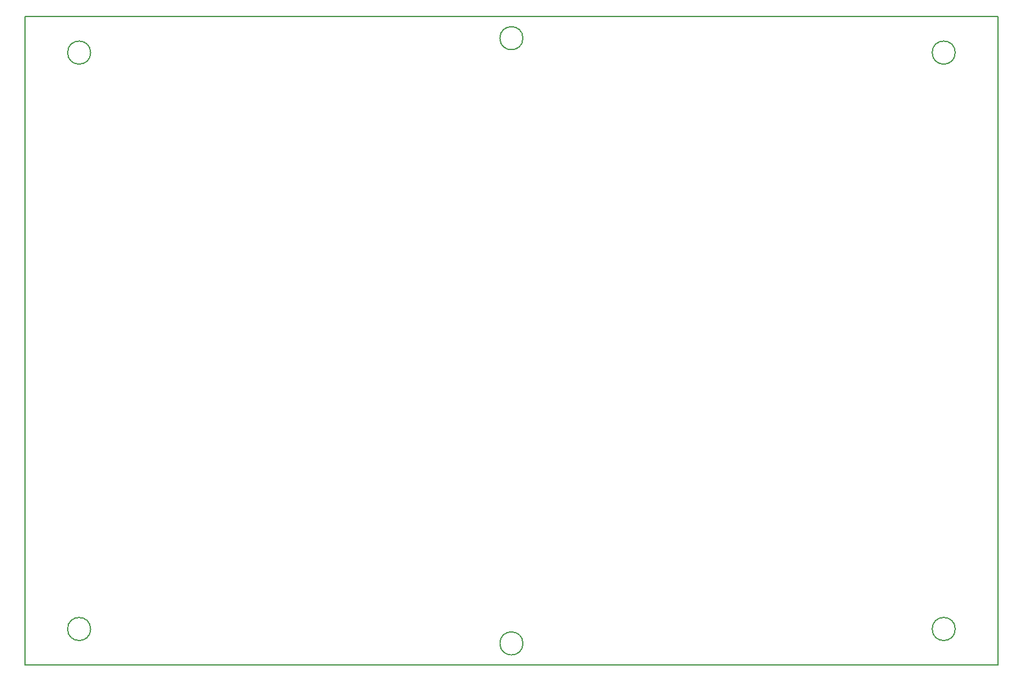
<source format=gbr>
%TF.GenerationSoftware,KiCad,Pcbnew,7.0.8*%
%TF.CreationDate,2023-10-08T21:39:20-07:00*%
%TF.ProjectId,cube2,63756265-322e-46b6-9963-61645f706362,rev?*%
%TF.SameCoordinates,Original*%
%TF.FileFunction,Profile,NP*%
%FSLAX46Y46*%
G04 Gerber Fmt 4.6, Leading zero omitted, Abs format (unit mm)*
G04 Created by KiCad (PCBNEW 7.0.8) date 2023-10-08 21:39:20*
%MOMM*%
%LPD*%
G01*
G04 APERTURE LIST*
%TA.AperFunction,Profile*%
%ADD10C,0.200000*%
%TD*%
G04 APERTURE END LIST*
D10*
X38100000Y-140800000D02*
X173100000Y-140800000D01*
X47200000Y-135800000D02*
G75*
G03*
X47200000Y-135800000I-1600000J0D01*
G01*
X38100000Y-50800000D02*
X38100000Y-140800000D01*
X173100000Y-50800000D02*
X173100000Y-140800000D01*
X47200000Y-55800000D02*
G75*
G03*
X47200000Y-55800000I-1600000J0D01*
G01*
X167200000Y-55800000D02*
G75*
G03*
X167200000Y-55800000I-1600000J0D01*
G01*
X107200000Y-53800000D02*
G75*
G03*
X107200000Y-53800000I-1600000J0D01*
G01*
X167200000Y-135800000D02*
G75*
G03*
X167200000Y-135800000I-1600000J0D01*
G01*
X107200000Y-137800000D02*
G75*
G03*
X107200000Y-137800000I-1600000J0D01*
G01*
X38100000Y-50800000D02*
X173100000Y-50800000D01*
M02*

</source>
